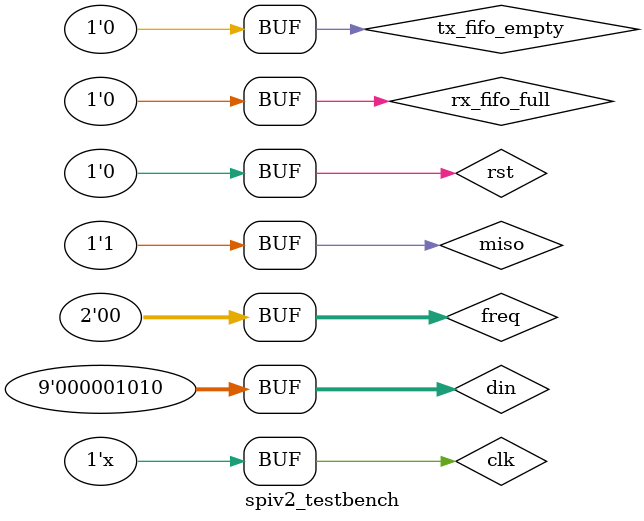
<source format=v>
`timescale 1ns / 1ps


module spiv2_testbench;

	// Inputs
	reg clk;
	reg rst;
	reg miso;
	reg [8:0] din;
	reg [1:0] freq;
	reg tx_fifo_empty;
	reg rx_fifo_full;

	// Outputs
	wire cs;
	wire sck;
	wire mosi;
	wire [7:0] dout;
	wire tx_fifo_rd;
	wire rx_fifo_wr;

	// Instantiate the Unit Under Test (UUT)
	spiv2 uut (
		.clk(clk), 
		.rst(rst), 
		.cs(cs), 
		.sck(sck), 
		.miso(miso), 
		.mosi(mosi), 
		.dout(dout), 
		.din(din), 
		.freq(freq), 
		.tx_fifo_empty(tx_fifo_empty), 
		.rx_fifo_full(rx_fifo_full), 
		.tx_fifo_rd(tx_fifo_rd), 
		.rx_fifo_wr(rx_fifo_wr)
	);

		initial begin
		tx_fifo_empty = 1;
		rx_fifo_full = 0;
		clk = 1;
		rst = 1;
		miso = 0;
		din = 9'b0;
		freq = 2'b00;

		// Wait 100 ns for global reset to finish
		#100;
      rst = 0;
		// Add stimulus here
		#30;
		miso = 1;
		#30;
		din = 9'b111111111;
		tx_fifo_empty = 0;
		#400;
		din = 9'b011101111;
		tx_fifo_empty = 1;

		#460;
		tx_fifo_empty = 0;
		din = 9'b100000001;
		#380;
		din = 9'b000000011;
		tx_fifo_empty = 0;
		#30;
		din = 9'b100000011;
		#60;
		din = 9'b000001010;



	end
      		always#5 clk <= ~clk;
endmodule


</source>
